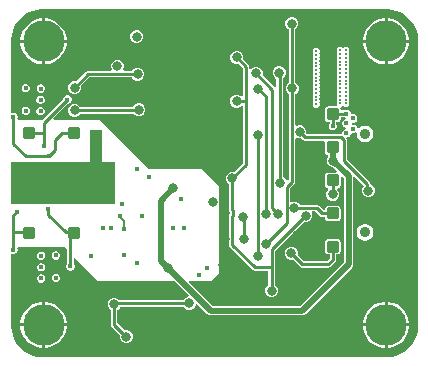
<source format=gbl>
G04*
G04 #@! TF.GenerationSoftware,Altium Limited,Altium Designer,21.7.2 (23)*
G04*
G04 Layer_Physical_Order=4*
G04 Layer_Color=16711680*
%FSLAX25Y25*%
%MOIN*%
G70*
G04*
G04 #@! TF.SameCoordinates,01447CE1-1CD8-4097-AA41-C903E93D3707*
G04*
G04*
G04 #@! TF.FilePolarity,Positive*
G04*
G01*
G75*
%ADD67C,0.00709*%
%ADD68C,0.01000*%
%ADD69C,0.01968*%
%ADD76C,0.03543*%
%ADD77C,0.13780*%
%ADD78C,0.03150*%
%ADD79C,0.01575*%
%ADD80C,0.00787*%
%ADD81C,0.00709*%
G04:AMPARAMS|DCode=89|XSize=39.37mil|YSize=39.37mil|CornerRadius=3.94mil|HoleSize=0mil|Usage=FLASHONLY|Rotation=270.000|XOffset=0mil|YOffset=0mil|HoleType=Round|Shape=RoundedRectangle|*
%AMROUNDEDRECTD89*
21,1,0.03937,0.03150,0,0,270.0*
21,1,0.03150,0.03937,0,0,270.0*
1,1,0.00787,-0.01575,-0.01575*
1,1,0.00787,-0.01575,0.01575*
1,1,0.00787,0.01575,0.01575*
1,1,0.00787,0.01575,-0.01575*
%
%ADD89ROUNDEDRECTD89*%
%ADD90R,0.03839X0.11516*%
%ADD91R,0.34918X0.13976*%
G36*
X128098Y116927D02*
X129466Y116560D01*
X130775Y116018D01*
X132002Y115310D01*
X133126Y114447D01*
X134128Y113445D01*
X134990Y112321D01*
X135698Y111094D01*
X136241Y109786D01*
X136607Y108417D01*
X136792Y107013D01*
Y106304D01*
Y11811D01*
Y11103D01*
X136607Y9698D01*
X136241Y8330D01*
X135698Y7021D01*
X134990Y5794D01*
X134128Y4670D01*
X133126Y3668D01*
X132002Y2806D01*
X130775Y2097D01*
X129466Y1555D01*
X128098Y1188D01*
X126693Y1003D01*
X11103D01*
X9698Y1188D01*
X8330Y1555D01*
X7021Y2097D01*
X5794Y2806D01*
X4670Y3668D01*
X3668Y4670D01*
X2806Y5794D01*
X2097Y7021D01*
X1555Y8330D01*
X1188Y9698D01*
X1003Y11103D01*
Y11811D01*
Y35291D01*
X1419Y35569D01*
X1498Y35537D01*
X2047D01*
X2553Y35746D01*
X2941Y36134D01*
X3150Y36640D01*
Y37189D01*
X3063Y37399D01*
X3390Y37899D01*
X18702D01*
X19657Y36944D01*
Y32141D01*
X19601Y32085D01*
X19391Y31578D01*
Y31030D01*
X19601Y30524D01*
X19988Y30136D01*
X20495Y29926D01*
X21043D01*
X21549Y30136D01*
X21937Y30524D01*
X22147Y31030D01*
Y31578D01*
X21937Y32085D01*
X21881Y32141D01*
Y34067D01*
X22343Y34258D01*
X30021Y26580D01*
X55211D01*
X60162Y21628D01*
X59971Y21166D01*
X59905D01*
X59109Y20837D01*
X58500Y20228D01*
X58452Y20113D01*
X36991D01*
X36562Y20541D01*
X35766Y20871D01*
X34905D01*
X34109Y20541D01*
X33500Y19932D01*
X33170Y19136D01*
Y18275D01*
X33500Y17479D01*
X34109Y16870D01*
X34224Y16823D01*
Y11908D01*
X34224Y11908D01*
X34308Y11483D01*
X34549Y11122D01*
X37252Y8419D01*
X37205Y8305D01*
Y7443D01*
X37534Y6647D01*
X38144Y6038D01*
X38939Y5709D01*
X39801D01*
X40597Y6038D01*
X41206Y6647D01*
X41535Y7443D01*
Y8305D01*
X41206Y9101D01*
X40597Y9710D01*
X39801Y10039D01*
X38939D01*
X38825Y9992D01*
X36448Y12369D01*
Y16823D01*
X36562Y16870D01*
X37171Y17479D01*
X37341Y17889D01*
X58452D01*
X58500Y17774D01*
X59109Y17165D01*
X59905Y16836D01*
X60766D01*
X61562Y17165D01*
X62171Y17774D01*
X62501Y18570D01*
Y18636D01*
X62963Y18827D01*
X66385Y15405D01*
X66906Y15057D01*
X67521Y14935D01*
X67521Y14935D01*
X98036D01*
X98036Y14935D01*
X98651Y15057D01*
X99172Y15405D01*
X114621Y30854D01*
X114621Y30854D01*
X114969Y31375D01*
X115091Y31989D01*
X115091Y31989D01*
Y60976D01*
X115591Y61183D01*
X118598Y58176D01*
X118243Y57821D01*
X117913Y57025D01*
Y56164D01*
X118243Y55368D01*
X118852Y54759D01*
X119648Y54429D01*
X120509D01*
X121305Y54759D01*
X121914Y55368D01*
X122244Y56164D01*
Y57025D01*
X121914Y57821D01*
X121305Y58430D01*
X120850Y58619D01*
X120768Y59031D01*
X120527Y59392D01*
X120527Y59392D01*
X112923Y66996D01*
Y73327D01*
X112923Y73327D01*
X112838Y73752D01*
X112802Y73806D01*
X113068Y74306D01*
X113575Y74516D01*
X113962Y74904D01*
X114172Y75410D01*
Y75495D01*
X114672Y75829D01*
X114784Y75783D01*
X115332D01*
X115760Y75960D01*
X115849Y75941D01*
X116025Y75851D01*
X116240Y75687D01*
Y75129D01*
X116428Y74428D01*
X116791Y73800D01*
X117304Y73287D01*
X117932Y72924D01*
X118633Y72736D01*
X119359D01*
X120060Y72924D01*
X120688Y73287D01*
X121201Y73800D01*
X121564Y74428D01*
X121752Y75129D01*
Y75855D01*
X121564Y76556D01*
X121201Y77184D01*
X120688Y77697D01*
X120060Y78060D01*
X119359Y78248D01*
X118633D01*
X117932Y78060D01*
X117304Y77697D01*
X116936Y77329D01*
X116656Y77388D01*
X116415Y77485D01*
X116226Y77941D01*
X115839Y78329D01*
X115332Y78538D01*
X114986D01*
X114564Y78873D01*
X114554Y78888D01*
X114784Y79227D01*
X115332D01*
X115839Y79437D01*
X116226Y79825D01*
X116436Y80331D01*
Y80879D01*
X116226Y81386D01*
X115839Y81774D01*
X115332Y81983D01*
X114784D01*
X114674Y81938D01*
X114174Y82272D01*
Y82464D01*
X113964Y82970D01*
X113577Y83358D01*
X113070Y83568D01*
X112522D01*
X112016Y83358D01*
X111959Y83302D01*
X110847D01*
Y83666D01*
X110790Y83954D01*
X110880Y84213D01*
X111073Y84499D01*
X111398Y84634D01*
X111664Y84900D01*
X111930Y84634D01*
X112364Y84454D01*
X112834D01*
X113268Y84634D01*
X113601Y84966D01*
X113780Y85400D01*
Y85870D01*
X113616Y86268D01*
X113780Y86665D01*
Y87135D01*
X113616Y87533D01*
X113780Y87931D01*
Y88401D01*
X113616Y88798D01*
X113780Y89196D01*
Y89666D01*
X113616Y90064D01*
X113780Y90462D01*
Y90932D01*
X113616Y91329D01*
X113780Y91727D01*
Y92197D01*
X113616Y92595D01*
X113780Y92993D01*
Y93463D01*
X113616Y93860D01*
X113780Y94258D01*
Y94728D01*
X113616Y95126D01*
X113780Y95524D01*
Y95994D01*
X113616Y96391D01*
X113780Y96789D01*
Y97259D01*
X113616Y97657D01*
X113780Y98054D01*
Y98524D01*
X113616Y98922D01*
X113780Y99320D01*
Y99790D01*
X113616Y100188D01*
X113780Y100585D01*
Y101055D01*
X113616Y101453D01*
X113780Y101851D01*
Y102321D01*
X113616Y102719D01*
X113780Y103116D01*
Y103586D01*
X113601Y104020D01*
X113268Y104353D01*
X112834Y104532D01*
X112364D01*
X111930Y104353D01*
X111664Y104087D01*
X111398Y104353D01*
X110964Y104532D01*
X110494D01*
X110060Y104353D01*
X109728Y104020D01*
X109548Y103586D01*
Y103116D01*
X109713Y102719D01*
X109548Y102321D01*
Y101851D01*
X109713Y101453D01*
X109548Y101055D01*
Y100585D01*
X109713Y100188D01*
X109548Y99790D01*
Y99320D01*
X109713Y98922D01*
X109548Y98524D01*
Y98054D01*
X109713Y97657D01*
X109548Y97259D01*
Y96789D01*
X109713Y96391D01*
X109548Y95994D01*
Y95524D01*
X109713Y95126D01*
X109548Y94728D01*
Y94258D01*
X109713Y93860D01*
X109548Y93463D01*
Y92993D01*
X109713Y92595D01*
X109548Y92197D01*
Y91727D01*
X109713Y91329D01*
X109548Y90932D01*
Y90462D01*
X109713Y90064D01*
X109548Y89666D01*
Y89196D01*
X109713Y88798D01*
X109548Y88401D01*
Y87931D01*
X109713Y87533D01*
X109548Y87135D01*
Y86665D01*
X109713Y86268D01*
X109548Y85870D01*
Y85400D01*
X109643Y85170D01*
X109386Y84697D01*
X109351Y84670D01*
X106694D01*
X106310Y84593D01*
X105984Y84376D01*
X105767Y84050D01*
X105690Y83666D01*
Y80517D01*
X105767Y80133D01*
X105984Y79807D01*
X106310Y79590D01*
X106694Y79513D01*
X107156D01*
Y78888D01*
X107099Y78832D01*
X106890Y78325D01*
Y77777D01*
X107099Y77271D01*
X107487Y76883D01*
X107994Y76673D01*
X108542D01*
X109048Y76883D01*
X109436Y77271D01*
X109646Y77777D01*
Y78325D01*
X109436Y78832D01*
X109380Y78888D01*
Y79513D01*
X109844D01*
X110228Y79590D01*
X110553Y79807D01*
X110771Y80133D01*
X110847Y80517D01*
Y81078D01*
X111959D01*
X112016Y81022D01*
X112522Y80812D01*
X112521Y80315D01*
X112015Y80105D01*
X111627Y79718D01*
X111417Y79211D01*
Y78663D01*
X111627Y78157D01*
X112015Y77769D01*
X112521Y77559D01*
X112520Y77062D01*
X112014Y76852D01*
X111626Y76465D01*
X111416Y75958D01*
Y75784D01*
X110918Y75405D01*
X110827Y75423D01*
X110827Y75423D01*
X99751D01*
X99320Y75689D01*
Y76550D01*
X98990Y77346D01*
X98381Y77955D01*
X97585Y78285D01*
X96724D01*
X96200Y78068D01*
X95700Y78380D01*
Y88731D01*
X95913Y88819D01*
X96522Y89428D01*
X96851Y90224D01*
Y91085D01*
X96522Y91881D01*
X95913Y92490D01*
X95700Y92579D01*
Y110327D01*
X95814Y110374D01*
X96423Y110983D01*
X96753Y111779D01*
Y112640D01*
X96423Y113436D01*
X95814Y114045D01*
X95018Y114375D01*
X94157D01*
X93361Y114045D01*
X92752Y113436D01*
X92422Y112640D01*
Y111779D01*
X92752Y110983D01*
X93361Y110374D01*
X93476Y110327D01*
Y92497D01*
X93459Y92490D01*
X92850Y91881D01*
X92521Y91085D01*
Y90224D01*
X92850Y89428D01*
X93459Y88819D01*
X93476Y88812D01*
Y60253D01*
X93172Y59999D01*
X92638Y60128D01*
X92493Y60479D01*
X91884Y61088D01*
X91618Y61198D01*
Y94067D01*
X92190Y94640D01*
X92520Y95435D01*
Y96297D01*
X92190Y97093D01*
X91581Y97702D01*
X90785Y98032D01*
X89924D01*
X89128Y97702D01*
X88519Y97093D01*
X88189Y96297D01*
Y95435D01*
X88519Y94640D01*
X89128Y94030D01*
X89394Y93920D01*
Y91174D01*
X88894Y91022D01*
X88877Y91048D01*
X88877Y91048D01*
X84796Y95129D01*
X84843Y95244D01*
Y96105D01*
X84514Y96901D01*
X83905Y97510D01*
X83109Y97840D01*
X82247D01*
X81452Y97510D01*
X80951Y97010D01*
X80452Y97164D01*
Y97922D01*
X80367Y98348D01*
X80126Y98708D01*
X80126Y98708D01*
X78396Y100438D01*
X78446Y100558D01*
Y101420D01*
X78116Y102216D01*
X77507Y102825D01*
X76711Y103155D01*
X75850D01*
X75054Y102825D01*
X74445Y102216D01*
X74115Y101420D01*
Y100558D01*
X74445Y99763D01*
X75054Y99154D01*
X75850Y98824D01*
X76711D01*
X76820Y98869D01*
X78228Y97461D01*
Y88146D01*
X77728Y87939D01*
X77409Y88258D01*
X76613Y88588D01*
X75751D01*
X74955Y88258D01*
X74346Y87649D01*
X74017Y86853D01*
Y85992D01*
X74346Y85196D01*
X74955Y84587D01*
X75751Y84257D01*
X76613D01*
X77409Y84587D01*
X77728Y84906D01*
X78228Y84698D01*
Y65631D01*
X75349Y62753D01*
X75235Y62800D01*
X74373D01*
X73577Y62471D01*
X72968Y61861D01*
X72639Y61066D01*
Y60204D01*
X72968Y59408D01*
X73577Y58799D01*
X73692Y58752D01*
Y50190D01*
X73692Y50190D01*
X73700Y50151D01*
Y48088D01*
X73692Y48048D01*
X73692Y48048D01*
Y38385D01*
X73692Y38385D01*
X73777Y37959D01*
X74018Y37599D01*
X81394Y30223D01*
X81394Y30223D01*
X81755Y29982D01*
X82180Y29897D01*
X86776D01*
Y25117D01*
X86661Y25070D01*
X86052Y24461D01*
X85723Y23665D01*
Y22803D01*
X86052Y22007D01*
X86661Y21398D01*
X87457Y21069D01*
X88319D01*
X89114Y21398D01*
X89724Y22007D01*
X90053Y22803D01*
Y23665D01*
X89724Y24461D01*
X89114Y25070D01*
X89000Y25117D01*
Y31009D01*
Y36530D01*
X98549Y46080D01*
X98782Y45983D01*
X99643D01*
X100439Y46313D01*
X101048Y46922D01*
X101378Y47718D01*
Y48579D01*
X101161Y49104D01*
X101473Y49604D01*
X102465D01*
X103909Y48161D01*
X104269Y47920D01*
X104695Y47835D01*
X104695Y47835D01*
X105690D01*
Y47372D01*
X105767Y46988D01*
X105984Y46663D01*
X106310Y46445D01*
X106694Y46369D01*
X109844D01*
X110228Y46445D01*
X110553Y46663D01*
X110771Y46988D01*
X110847Y47372D01*
Y50522D01*
X110771Y50906D01*
X110553Y51231D01*
X110228Y51449D01*
X109844Y51525D01*
X106694D01*
X106310Y51449D01*
X105984Y51231D01*
X105767Y50906D01*
X105690Y50522D01*
Y50059D01*
X105155D01*
X103712Y51502D01*
X103352Y51743D01*
X102926Y51828D01*
X102926Y51828D01*
X97284D01*
X97236Y51942D01*
X96627Y52551D01*
X95831Y52881D01*
X94970D01*
X94446Y52664D01*
X93946Y52976D01*
Y57337D01*
X95374Y58766D01*
X95374Y58766D01*
X95615Y59126D01*
X95700Y59552D01*
Y73859D01*
X96200Y74172D01*
X96724Y73954D01*
X97585D01*
X97700Y74002D01*
X98177Y73525D01*
X98177Y73525D01*
X98538Y73284D01*
X98963Y73199D01*
X98963Y73199D01*
X105343D01*
X105707Y72699D01*
X105690Y72618D01*
Y69468D01*
X105767Y69085D01*
X105984Y68759D01*
X106310Y68541D01*
X106694Y68465D01*
X106761D01*
Y67796D01*
X106629Y67664D01*
X106299Y66868D01*
Y66006D01*
X106629Y65210D01*
X107238Y64601D01*
X108034Y64272D01*
X108359D01*
X109557Y63073D01*
X109350Y62573D01*
X106694D01*
X106310Y62497D01*
X105984Y62279D01*
X105767Y61954D01*
X105690Y61570D01*
Y58420D01*
X105767Y58036D01*
X105984Y57711D01*
X106310Y57493D01*
X106616Y57432D01*
X106740Y57213D01*
X106807Y56917D01*
X106432Y56542D01*
X106102Y55746D01*
Y54884D01*
X106432Y54088D01*
X107041Y53479D01*
X107837Y53150D01*
X108698D01*
X109494Y53479D01*
X110103Y54088D01*
X110433Y54884D01*
Y55746D01*
X110103Y56542D01*
X109728Y56917D01*
X109797Y57217D01*
X109920Y57432D01*
X110228Y57493D01*
X110553Y57711D01*
X110771Y58036D01*
X110847Y58420D01*
Y61077D01*
X111347Y61284D01*
X111880Y60751D01*
Y32654D01*
X97371Y18146D01*
X68186D01*
X60214Y26118D01*
X60405Y26580D01*
X67717D01*
X70277Y29139D01*
Y58174D01*
X64765Y63686D01*
X47048D01*
X30513Y80221D01*
X15317D01*
X15126Y80683D01*
X19979Y85536D01*
X20058D01*
X20565Y85746D01*
X20953Y86134D01*
X21162Y86640D01*
Y87189D01*
X20953Y87695D01*
X20565Y88083D01*
X20058Y88292D01*
X19510D01*
X19004Y88083D01*
X18616Y87695D01*
X18406Y87189D01*
Y87109D01*
X11519Y80221D01*
X3438D01*
X3104Y80721D01*
X3151Y80833D01*
Y81381D01*
X2941Y81888D01*
X2553Y82275D01*
X2047Y82485D01*
X1498D01*
X1419Y82452D01*
X1003Y82730D01*
Y106304D01*
Y107012D01*
X1188Y108417D01*
X1555Y109786D01*
X2097Y111094D01*
X2806Y112321D01*
X3668Y113445D01*
X4670Y114447D01*
X5794Y115310D01*
X7021Y116018D01*
X8330Y116560D01*
X9698Y116927D01*
X11103Y117112D01*
X126693D01*
X128098Y116927D01*
D02*
G37*
%LPC*%
G36*
X126740Y113976D02*
X126484D01*
Y106799D01*
X133661D01*
Y107055D01*
X133366Y108539D01*
X132788Y109936D01*
X131948Y111193D01*
X130878Y112262D01*
X129621Y113103D01*
X128224Y113681D01*
X126740Y113976D01*
D02*
G37*
G36*
X125484D02*
X125228D01*
X123745Y113681D01*
X122348Y113103D01*
X121090Y112262D01*
X120021Y111193D01*
X119181Y109936D01*
X118602Y108539D01*
X118307Y107055D01*
Y106799D01*
X125484D01*
Y113976D01*
D02*
G37*
G36*
X12567D02*
X12311D01*
Y106799D01*
X19488D01*
Y107055D01*
X19193Y108539D01*
X18614Y109936D01*
X17774Y111193D01*
X16705Y112262D01*
X15448Y113103D01*
X14050Y113681D01*
X12567Y113976D01*
D02*
G37*
G36*
X11311D02*
X11055D01*
X9572Y113681D01*
X8174Y113103D01*
X6917Y112262D01*
X5848Y111193D01*
X5008Y109936D01*
X4429Y108539D01*
X4134Y107055D01*
Y106799D01*
X11311D01*
Y113976D01*
D02*
G37*
G36*
X43345Y110044D02*
X42484D01*
X41688Y109715D01*
X41079Y109106D01*
X40749Y108310D01*
Y107448D01*
X41079Y106652D01*
X41688Y106043D01*
X42484Y105714D01*
X43345D01*
X44141Y106043D01*
X44750Y106652D01*
X45080Y107448D01*
Y108310D01*
X44750Y109106D01*
X44141Y109715D01*
X43345Y110044D01*
D02*
G37*
G36*
X133661Y105799D02*
X126484D01*
Y98622D01*
X126740D01*
X128224Y98917D01*
X129621Y99496D01*
X130878Y100336D01*
X131948Y101405D01*
X132788Y102663D01*
X133366Y104060D01*
X133661Y105543D01*
Y105799D01*
D02*
G37*
G36*
X125484D02*
X118307D01*
Y105543D01*
X118602Y104060D01*
X119181Y102663D01*
X120021Y101405D01*
X121090Y100336D01*
X122348Y99496D01*
X123745Y98917D01*
X125228Y98622D01*
X125484D01*
Y105799D01*
D02*
G37*
G36*
X19488Y105799D02*
X12311D01*
Y98622D01*
X12567D01*
X14050Y98917D01*
X15448Y99496D01*
X16705Y100336D01*
X17774Y101405D01*
X18614Y102663D01*
X19193Y104060D01*
X19488Y105543D01*
Y105799D01*
D02*
G37*
G36*
X11311D02*
X4134D01*
Y105543D01*
X4429Y104060D01*
X5008Y102663D01*
X5848Y101405D01*
X6917Y100336D01*
X8174Y99496D01*
X9572Y98917D01*
X11055Y98622D01*
X11311D01*
Y105799D01*
D02*
G37*
G36*
X36849Y100202D02*
X35988D01*
X35192Y99872D01*
X34583Y99263D01*
X34253Y98467D01*
Y97606D01*
X34508Y96991D01*
X34248Y96491D01*
X26674D01*
X26674Y96491D01*
X26249Y96406D01*
X25888Y96165D01*
X25888Y96165D01*
X22692Y92969D01*
X22577Y93017D01*
X21716D01*
X20920Y92687D01*
X20311Y92078D01*
X19981Y91282D01*
Y90421D01*
X20311Y89625D01*
X20920Y89016D01*
X21716Y88686D01*
X22577D01*
X23373Y89016D01*
X23982Y89625D01*
X24312Y90421D01*
Y91282D01*
X24264Y91397D01*
X27135Y94267D01*
X41326D01*
X41374Y94152D01*
X41983Y93543D01*
X42779Y93214D01*
X43640D01*
X44436Y93543D01*
X45045Y94152D01*
X45375Y94948D01*
Y95810D01*
X45045Y96605D01*
X44436Y97215D01*
X43640Y97544D01*
X42779D01*
X41983Y97215D01*
X41374Y96605D01*
X41326Y96491D01*
X38588D01*
X38329Y96991D01*
X38584Y97606D01*
Y98467D01*
X38254Y99263D01*
X37645Y99872D01*
X36849Y100202D01*
D02*
G37*
G36*
X6181Y92131D02*
X5632D01*
X5126Y91921D01*
X4738Y91533D01*
X4529Y91027D01*
Y90479D01*
X4738Y89972D01*
X5126Y89585D01*
X5632Y89375D01*
X6181D01*
X6687Y89585D01*
X7075Y89972D01*
X7284Y90479D01*
Y91027D01*
X7075Y91533D01*
X6687Y91921D01*
X6181Y92131D01*
D02*
G37*
G36*
X11200Y91934D02*
X10652D01*
X10146Y91724D01*
X9758Y91337D01*
X9548Y90830D01*
Y90282D01*
X9758Y89776D01*
X10146Y89388D01*
X10652Y89178D01*
X11200D01*
X11707Y89388D01*
X12094Y89776D01*
X12304Y90282D01*
Y90830D01*
X12094Y91337D01*
X11707Y91724D01*
X11200Y91934D01*
D02*
G37*
G36*
X11102Y88194D02*
X10554D01*
X10047Y87984D01*
X9660Y87596D01*
X9450Y87090D01*
Y86542D01*
X9660Y86035D01*
X10047Y85648D01*
X10554Y85438D01*
X11102D01*
X11608Y85648D01*
X11996Y86035D01*
X12206Y86542D01*
Y87090D01*
X11996Y87596D01*
X11608Y87984D01*
X11102Y88194D01*
D02*
G37*
G36*
X44034Y85635D02*
X43173D01*
X42377Y85305D01*
X41768Y84696D01*
X41659Y84434D01*
X24009D01*
X23982Y84498D01*
X23373Y85107D01*
X22578Y85437D01*
X21716D01*
X20920Y85107D01*
X20311Y84498D01*
X19981Y83702D01*
Y82841D01*
X20311Y82045D01*
X20920Y81436D01*
X21716Y81106D01*
X22578D01*
X23373Y81436D01*
X23982Y82045D01*
X24051Y82210D01*
X41801D01*
X42377Y81634D01*
X43173Y81304D01*
X44034D01*
X44830Y81634D01*
X45439Y82243D01*
X45769Y83039D01*
Y83900D01*
X45439Y84696D01*
X44830Y85305D01*
X44034Y85635D01*
D02*
G37*
G36*
X102893Y104237D02*
X102424D01*
X101989Y104057D01*
X101657Y103725D01*
X101477Y103291D01*
Y102821D01*
X101642Y102423D01*
X101477Y102025D01*
Y101556D01*
X101642Y101158D01*
X101477Y100760D01*
Y100290D01*
X101642Y99892D01*
X101477Y99495D01*
Y99025D01*
X101642Y98627D01*
X101477Y98229D01*
Y97759D01*
X101642Y97361D01*
X101477Y96964D01*
Y96494D01*
X101642Y96096D01*
X101477Y95698D01*
Y95228D01*
X101642Y94831D01*
X101477Y94433D01*
Y93963D01*
X101642Y93565D01*
X101477Y93167D01*
Y92697D01*
X101642Y92300D01*
X101477Y91902D01*
Y91432D01*
X101642Y91034D01*
X101477Y90636D01*
Y90166D01*
X101642Y89769D01*
X101477Y89371D01*
Y88901D01*
X101642Y88503D01*
X101477Y88105D01*
Y87636D01*
X101642Y87238D01*
X101477Y86840D01*
Y86370D01*
X101642Y85972D01*
X101477Y85575D01*
Y85105D01*
X101657Y84671D01*
X101989Y84338D01*
X102424Y84158D01*
X102893D01*
X103328Y84338D01*
X103660Y84671D01*
X103840Y85105D01*
Y85575D01*
X103675Y85972D01*
X103840Y86370D01*
Y86840D01*
X103675Y87238D01*
X103840Y87636D01*
Y88105D01*
X103675Y88503D01*
X103840Y88901D01*
Y89371D01*
X103675Y89769D01*
X103840Y90166D01*
Y90636D01*
X103675Y91034D01*
X103840Y91432D01*
Y91902D01*
X103675Y92300D01*
X103840Y92697D01*
Y93167D01*
X103675Y93565D01*
X103840Y93963D01*
Y94433D01*
X103675Y94831D01*
X103840Y95228D01*
Y95698D01*
X103675Y96096D01*
X103840Y96494D01*
Y96964D01*
X103675Y97361D01*
X103840Y97759D01*
Y98229D01*
X103675Y98627D01*
X103840Y99025D01*
Y99495D01*
X103675Y99892D01*
X103840Y100290D01*
Y100760D01*
X103675Y101158D01*
X103840Y101556D01*
Y102025D01*
X103675Y102423D01*
X103840Y102821D01*
Y103291D01*
X103660Y103725D01*
X103328Y104057D01*
X102893Y104237D01*
D02*
G37*
G36*
X6181Y84552D02*
X5632D01*
X5126Y84342D01*
X4738Y83955D01*
X4529Y83448D01*
Y82900D01*
X4738Y82394D01*
X5126Y82006D01*
X5632Y81796D01*
X6181D01*
X6687Y82006D01*
X7075Y82394D01*
X7284Y82900D01*
Y83448D01*
X7075Y83955D01*
X6687Y84342D01*
X6181Y84552D01*
D02*
G37*
G36*
X11102Y84454D02*
X10554D01*
X10047Y84244D01*
X9660Y83856D01*
X9450Y83350D01*
Y82802D01*
X9660Y82295D01*
X10047Y81908D01*
X10554Y81698D01*
X11102D01*
X11608Y81908D01*
X11996Y82295D01*
X12206Y82802D01*
Y83350D01*
X11996Y83856D01*
X11608Y84244D01*
X11102Y84454D01*
D02*
G37*
G36*
X119359Y45374D02*
X118633D01*
X117932Y45186D01*
X117304Y44823D01*
X116791Y44310D01*
X116428Y43682D01*
X116240Y42981D01*
Y42255D01*
X116428Y41554D01*
X116791Y40926D01*
X117304Y40413D01*
X117932Y40050D01*
X118633Y39862D01*
X119359D01*
X120060Y40050D01*
X120688Y40413D01*
X121201Y40926D01*
X121564Y41554D01*
X121752Y42255D01*
Y42981D01*
X121564Y43682D01*
X121201Y44310D01*
X120688Y44823D01*
X120060Y45186D01*
X119359Y45374D01*
D02*
G37*
G36*
X16240Y36324D02*
X15691D01*
X15185Y36114D01*
X14797Y35726D01*
X14588Y35220D01*
Y34672D01*
X14797Y34165D01*
X15185Y33778D01*
X15691Y33568D01*
X16240D01*
X16746Y33778D01*
X17134Y34165D01*
X17344Y34672D01*
Y35220D01*
X17134Y35726D01*
X16746Y36114D01*
X16240Y36324D01*
D02*
G37*
G36*
X11299Y36225D02*
X10751D01*
X10244Y36016D01*
X9856Y35628D01*
X9647Y35122D01*
Y34573D01*
X9856Y34067D01*
X10244Y33679D01*
X10751Y33470D01*
X11299D01*
X11805Y33679D01*
X12193Y34067D01*
X12403Y34573D01*
Y35122D01*
X12193Y35628D01*
X11805Y36016D01*
X11299Y36225D01*
D02*
G37*
G36*
X109844Y40477D02*
X106694D01*
X106310Y40401D01*
X105984Y40183D01*
X105767Y39858D01*
X105690Y39474D01*
Y36324D01*
X105767Y35940D01*
X105984Y35614D01*
X106310Y35397D01*
X106694Y35320D01*
X107157D01*
Y34025D01*
X106232Y33100D01*
X98590D01*
X96508Y35183D01*
X96555Y35298D01*
Y36159D01*
X96226Y36955D01*
X95616Y37564D01*
X94820Y37894D01*
X93959D01*
X93163Y37564D01*
X92554Y36955D01*
X92224Y36159D01*
Y35298D01*
X92554Y34502D01*
X93163Y33893D01*
X93959Y33563D01*
X94820D01*
X94935Y33610D01*
X97344Y31202D01*
X97344Y31202D01*
X97704Y30961D01*
X98130Y30876D01*
X106693D01*
X106693Y30876D01*
X107118Y30961D01*
X107479Y31202D01*
X109055Y32778D01*
X109296Y33138D01*
X109381Y33564D01*
X109381Y33564D01*
Y35320D01*
X109844D01*
X110228Y35397D01*
X110553Y35614D01*
X110771Y35940D01*
X110847Y36324D01*
Y39474D01*
X110771Y39858D01*
X110553Y40183D01*
X110228Y40401D01*
X109844Y40477D01*
D02*
G37*
G36*
X11299Y32387D02*
X10751D01*
X10244Y32177D01*
X9856Y31789D01*
X9647Y31283D01*
Y30735D01*
X9856Y30228D01*
X10244Y29841D01*
X10751Y29631D01*
X11299D01*
X11805Y29841D01*
X12193Y30228D01*
X12403Y30735D01*
Y31283D01*
X12193Y31789D01*
X11805Y32177D01*
X11299Y32387D01*
D02*
G37*
G36*
X16240Y28844D02*
X15691D01*
X15185Y28634D01*
X14797Y28246D01*
X14588Y27740D01*
Y27191D01*
X14797Y26685D01*
X15185Y26297D01*
X15691Y26088D01*
X16240D01*
X16746Y26297D01*
X17134Y26685D01*
X17344Y27191D01*
Y27740D01*
X17134Y28246D01*
X16746Y28634D01*
X16240Y28844D01*
D02*
G37*
G36*
X11299Y28647D02*
X10751D01*
X10244Y28437D01*
X9856Y28049D01*
X9647Y27543D01*
Y26995D01*
X9856Y26488D01*
X10244Y26101D01*
X10751Y25891D01*
X11299D01*
X11805Y26101D01*
X12193Y26488D01*
X12403Y26995D01*
Y27543D01*
X12193Y28049D01*
X11805Y28437D01*
X11299Y28647D01*
D02*
G37*
G36*
X126740Y19488D02*
X126484D01*
Y12311D01*
X133661D01*
Y12567D01*
X133366Y14050D01*
X132788Y15448D01*
X131948Y16705D01*
X130878Y17774D01*
X129621Y18614D01*
X128224Y19193D01*
X126740Y19488D01*
D02*
G37*
G36*
X125484D02*
X125228D01*
X123745Y19193D01*
X122348Y18614D01*
X121090Y17774D01*
X120021Y16705D01*
X119181Y15448D01*
X118602Y14050D01*
X118307Y12567D01*
Y12311D01*
X125484D01*
Y19488D01*
D02*
G37*
G36*
X12567D02*
X12311D01*
Y12311D01*
X19488D01*
Y12567D01*
X19193Y14050D01*
X18614Y15448D01*
X17774Y16705D01*
X16705Y17774D01*
X15448Y18614D01*
X14050Y19193D01*
X12567Y19488D01*
D02*
G37*
G36*
X11311D02*
X11055D01*
X9572Y19193D01*
X8174Y18614D01*
X6917Y17774D01*
X5848Y16705D01*
X5008Y15448D01*
X4429Y14050D01*
X4134Y12567D01*
Y12311D01*
X11311D01*
Y19488D01*
D02*
G37*
G36*
X133661Y11311D02*
X126484D01*
Y4134D01*
X126740D01*
X128224Y4429D01*
X129621Y5008D01*
X130878Y5848D01*
X131948Y6917D01*
X132788Y8174D01*
X133366Y9572D01*
X133661Y11055D01*
Y11311D01*
D02*
G37*
G36*
X125484D02*
X118307D01*
Y11055D01*
X118602Y9572D01*
X119181Y8174D01*
X120021Y6917D01*
X121090Y5848D01*
X122348Y5008D01*
X123745Y4429D01*
X125228Y4134D01*
X125484D01*
Y11311D01*
D02*
G37*
G36*
X19488Y11311D02*
X12311D01*
Y4134D01*
X12567D01*
X14050Y4429D01*
X15448Y5008D01*
X16705Y5848D01*
X17774Y6917D01*
X18614Y8174D01*
X19193Y9572D01*
X19488Y11055D01*
Y11311D01*
D02*
G37*
G36*
X11311D02*
X4134D01*
Y11055D01*
X4429Y9572D01*
X5008Y8174D01*
X5848Y6917D01*
X6917Y5848D01*
X8174Y5008D01*
X9572Y4429D01*
X11055Y4134D01*
X11311D01*
Y11311D01*
D02*
G37*
%LPD*%
D67*
X37348Y47758D02*
X38584Y46523D01*
Y43903D02*
Y46523D01*
X37348Y47758D02*
Y47993D01*
D68*
X74804Y38385D02*
Y48048D01*
X82180Y31009D02*
X87888D01*
X74804Y38385D02*
X82180Y31009D01*
X87888Y23234D02*
Y31009D01*
Y36991D01*
X99046Y48149D01*
X99213D01*
X88090Y50698D02*
Y90262D01*
Y50698D02*
X90059Y48729D01*
X85930Y48731D02*
Y87994D01*
X83367Y90556D02*
X85930Y87994D01*
X119741Y56932D02*
X120079Y56595D01*
X119741Y56932D02*
Y58605D01*
X111811Y66535D02*
Y73327D01*
Y66535D02*
X119741Y58605D01*
X110827Y74311D02*
X111811Y73327D01*
X97154Y76120D02*
X98963Y74311D01*
X110827D01*
X90506Y59404D02*
Y95715D01*
X90354Y95866D02*
X90506Y95715D01*
Y59404D02*
X90658Y59252D01*
X102926Y50716D02*
X104695Y48947D01*
X95401Y50716D02*
X102926D01*
X108268Y78051D02*
Y82091D01*
X108367Y82190D01*
X85880Y38780D02*
X92842Y45741D01*
Y49266D01*
X94390Y35728D02*
X98130Y31988D01*
X106693D01*
X108269Y33564D01*
X92834Y49274D02*
X92842Y49266D01*
X92834Y49274D02*
Y57798D01*
X94588Y59552D02*
Y112210D01*
X92834Y57798D02*
X94588Y59552D01*
X108268Y55315D02*
Y59994D01*
X108269Y59995D01*
X104695Y48947D02*
X108269D01*
Y33564D02*
Y37899D01*
X83314Y34846D02*
Y75144D01*
X83261Y75197D02*
X83314Y75144D01*
Y34846D02*
X83366Y34794D01*
X78494Y40502D02*
Y47556D01*
X78446Y47605D02*
X78494Y47556D01*
Y40502D02*
X78543Y40453D01*
X82678Y95674D02*
X88090Y90262D01*
X79340Y65170D02*
Y86422D01*
X76182D02*
X79340D01*
Y97922D01*
X74804Y50190D02*
Y60635D01*
X74812Y48056D02*
Y50182D01*
X74804Y48048D02*
X74812Y48056D01*
X74804Y50190D02*
X74812Y50182D01*
X35336Y11908D02*
X39370Y7874D01*
X35336Y11908D02*
Y18706D01*
X35631Y19001D01*
X60336D01*
X13386Y48530D02*
X19165Y42750D01*
X13386Y48530D02*
Y50394D01*
X22197Y83322D02*
X43456D01*
X22147Y83272D02*
X22197Y83322D01*
X5906Y68017D02*
X13682D01*
X1773Y72151D02*
X5906Y68017D01*
X13682D02*
X15749Y70084D01*
Y73430D01*
X108367Y82190D02*
X112796D01*
X74804Y60635D02*
X79340Y65170D01*
X76280Y100981D02*
X79340Y97922D01*
X76280Y100981D02*
Y100989D01*
X20769Y31304D02*
Y41147D01*
X20580Y42750D02*
X20769Y42561D01*
Y41147D02*
Y42561D01*
X19165Y42750D02*
X20580D01*
X20769Y41147D02*
X22048Y42426D01*
X11880Y75792D02*
Y78869D01*
X6989Y75792D02*
X11880D01*
Y71530D02*
Y75792D01*
Y78869D02*
X12106Y79095D01*
Y79236D01*
X19784Y86914D01*
X15749Y73430D02*
X18111Y75792D01*
X22048D01*
X1773Y42623D02*
Y48332D01*
Y36914D02*
Y42623D01*
X6792D01*
X6989Y42426D01*
X1773Y72151D02*
Y81107D01*
X43456Y83322D02*
X43603Y83469D01*
X26674Y95379D02*
X43210D01*
X22147Y90851D02*
X26674Y95379D01*
X1773Y48332D02*
X2855Y49414D01*
D69*
X108367Y66535D02*
X113485Y61416D01*
Y31989D02*
Y61416D01*
X108367Y66535D02*
Y70945D01*
X108269Y71043D02*
X108367Y70945D01*
X67521Y16540D02*
X98036D01*
X113485Y31989D01*
X53347Y30714D02*
X67521Y16540D01*
X50985Y33076D02*
X53347Y30714D01*
X50985Y33076D02*
Y53253D01*
X55021Y57288D01*
D76*
X118996Y75492D02*
D03*
Y42618D02*
D03*
D77*
X125984Y106299D02*
D03*
Y11811D02*
D03*
X11811D02*
D03*
Y106299D02*
D03*
D78*
X87888Y23234D02*
D03*
X96457Y41929D02*
D03*
X99213Y48149D02*
D03*
X90059Y48729D02*
D03*
X85930Y48731D02*
D03*
X133071Y63287D02*
D03*
X97154Y76120D02*
D03*
X90658Y59252D02*
D03*
X108465Y66437D02*
D03*
X95401Y50716D02*
D03*
X97244Y94685D02*
D03*
X103347Y79626D02*
D03*
X99114Y65158D02*
D03*
X74114Y11811D02*
D03*
X123031Y47933D02*
D03*
X105020Y41831D02*
D03*
X92421Y22638D02*
D03*
X110039Y15551D02*
D03*
X121949Y28642D02*
D03*
X120079Y56595D02*
D03*
X94390Y35728D02*
D03*
X85880Y38780D02*
D03*
X94686Y90655D02*
D03*
X108268Y55315D02*
D03*
X83366Y34794D02*
D03*
X78543Y40453D02*
D03*
X78446Y47605D02*
D03*
X90354Y95866D02*
D03*
X83261Y75197D02*
D03*
X85827Y3937D02*
D03*
X48425Y8661D02*
D03*
X50787Y23228D02*
D03*
X42913Y21654D02*
D03*
X39370Y7874D02*
D03*
X22147Y83272D02*
D03*
X60336Y19001D02*
D03*
X53347Y30714D02*
D03*
X68308Y52662D02*
D03*
X57088Y65458D02*
D03*
X105808Y113292D02*
D03*
X57973Y106796D02*
D03*
X104332Y3548D02*
D03*
X42914Y107879D02*
D03*
X36418Y98036D02*
D03*
X35336Y18706D02*
D03*
X55021Y57288D02*
D03*
X82678Y95674D02*
D03*
X76280Y100989D02*
D03*
X76182Y86422D02*
D03*
X74804Y60635D02*
D03*
X30907Y109454D02*
D03*
X58367Y114277D02*
D03*
X71556Y114375D02*
D03*
X66832Y77958D02*
D03*
X76773Y76186D02*
D03*
X75395Y91343D02*
D03*
X57678Y83863D02*
D03*
X36221Y87702D02*
D03*
X35631Y78745D02*
D03*
X50493Y65655D02*
D03*
X68997Y63095D02*
D03*
X72047Y56693D02*
D03*
X72245Y49119D02*
D03*
X72147Y40359D02*
D03*
X71653Y31791D02*
D03*
X71359Y24808D02*
D03*
X64962Y24119D02*
D03*
X24410Y28351D02*
D03*
X94588Y112210D02*
D03*
X83367Y90556D02*
D03*
X43603Y83469D02*
D03*
X43210Y95379D02*
D03*
X22147Y90851D02*
D03*
D79*
X115058Y80605D02*
D03*
Y77160D02*
D03*
X112794Y75684D02*
D03*
X112795Y78937D02*
D03*
X108268Y78051D02*
D03*
X13386Y50394D02*
D03*
X13682Y68017D02*
D03*
X112796Y82190D02*
D03*
X43111Y32387D02*
D03*
X46950Y61127D02*
D03*
X37993Y52072D02*
D03*
X44489Y48135D02*
D03*
X34351Y44198D02*
D03*
X31792D02*
D03*
X66241Y30911D02*
D03*
X63584Y28450D02*
D03*
X54922Y44198D02*
D03*
X58564D02*
D03*
X57481Y53745D02*
D03*
X43013Y63883D02*
D03*
X27658Y34848D02*
D03*
X38584Y34946D02*
D03*
X11025Y31009D02*
D03*
X10926Y90556D02*
D03*
X11025Y27269D02*
D03*
Y34848D02*
D03*
X15966Y27466D02*
D03*
Y34946D02*
D03*
X10828Y83076D02*
D03*
Y86816D02*
D03*
X19784Y86914D02*
D03*
X5906Y90753D02*
D03*
Y83174D02*
D03*
X20769Y31304D02*
D03*
X1773Y81107D02*
D03*
X1773Y36914D02*
D03*
X37348Y47993D02*
D03*
X38584Y43903D02*
D03*
X2855Y49414D02*
D03*
X11880Y71530D02*
D03*
D80*
X112599Y103351D02*
D03*
Y102086D02*
D03*
Y100820D02*
D03*
Y99555D02*
D03*
Y98290D02*
D03*
Y94493D02*
D03*
Y93228D02*
D03*
Y91962D02*
D03*
Y90697D02*
D03*
Y89431D02*
D03*
Y88166D02*
D03*
Y86900D02*
D03*
Y85635D02*
D03*
Y95759D02*
D03*
Y97024D02*
D03*
X110729Y103351D02*
D03*
Y102086D02*
D03*
Y100820D02*
D03*
Y99555D02*
D03*
Y98290D02*
D03*
Y94493D02*
D03*
Y93228D02*
D03*
Y91962D02*
D03*
Y90697D02*
D03*
Y89431D02*
D03*
Y88166D02*
D03*
Y86900D02*
D03*
Y85635D02*
D03*
Y95759D02*
D03*
Y97024D02*
D03*
X102658Y96729D02*
D03*
Y95463D02*
D03*
Y85340D02*
D03*
Y86605D02*
D03*
Y87871D02*
D03*
Y89136D02*
D03*
Y90401D02*
D03*
Y91667D02*
D03*
Y92932D02*
D03*
Y94198D02*
D03*
Y97994D02*
D03*
Y99260D02*
D03*
Y100525D02*
D03*
Y101791D02*
D03*
Y103056D02*
D03*
X29233Y73627D02*
D03*
X27954D02*
D03*
X30414D02*
D03*
X29233Y76088D02*
D03*
X27954D02*
D03*
X30414D02*
D03*
Y74906D02*
D03*
X27954D02*
D03*
X29233D02*
D03*
D81*
X1340Y53423D02*
D03*
X2265Y60161D02*
D03*
X2265Y58067D02*
D03*
X1340Y60751D02*
D03*
Y64939D02*
D03*
Y56564D02*
D03*
X2265Y55973D02*
D03*
X1340Y62845D02*
D03*
Y54470D02*
D03*
X2265Y62254D02*
D03*
X2265Y59114D02*
D03*
X1340Y58657D02*
D03*
X2265Y64348D02*
D03*
X1340Y63892D02*
D03*
Y61798D02*
D03*
X2265Y63301D02*
D03*
X2265Y54926D02*
D03*
X1340Y59704D02*
D03*
X2265Y57020D02*
D03*
Y53879D02*
D03*
X1340Y57610D02*
D03*
Y55517D02*
D03*
X2265Y61207D02*
D03*
X34007Y65458D02*
D03*
X31940D02*
D03*
X32973Y65458D02*
D03*
X35040Y65458D02*
D03*
X35040Y62308D02*
D03*
X34007D02*
D03*
X32973Y62308D02*
D03*
X31940Y62308D02*
D03*
X35040Y56009D02*
D03*
Y52859D02*
D03*
Y59158D02*
D03*
X34007D02*
D03*
X32973Y59158D02*
D03*
X31940Y59158D02*
D03*
X30907D02*
D03*
X30907Y65458D02*
D03*
X34007Y56009D02*
D03*
X32973Y56009D02*
D03*
X31940Y56009D02*
D03*
X30907D02*
D03*
Y62308D02*
D03*
X34007Y52859D02*
D03*
X32973Y52859D02*
D03*
X31940Y52859D02*
D03*
X30907D02*
D03*
D89*
X6989Y75792D02*
D03*
Y42426D02*
D03*
X22048Y75792D02*
D03*
Y42426D02*
D03*
X108269Y37899D02*
D03*
Y48947D02*
D03*
Y59995D02*
D03*
Y71043D02*
D03*
Y82091D02*
D03*
D90*
X29184Y71216D02*
D03*
D91*
X18172Y59060D02*
D03*
M02*

</source>
